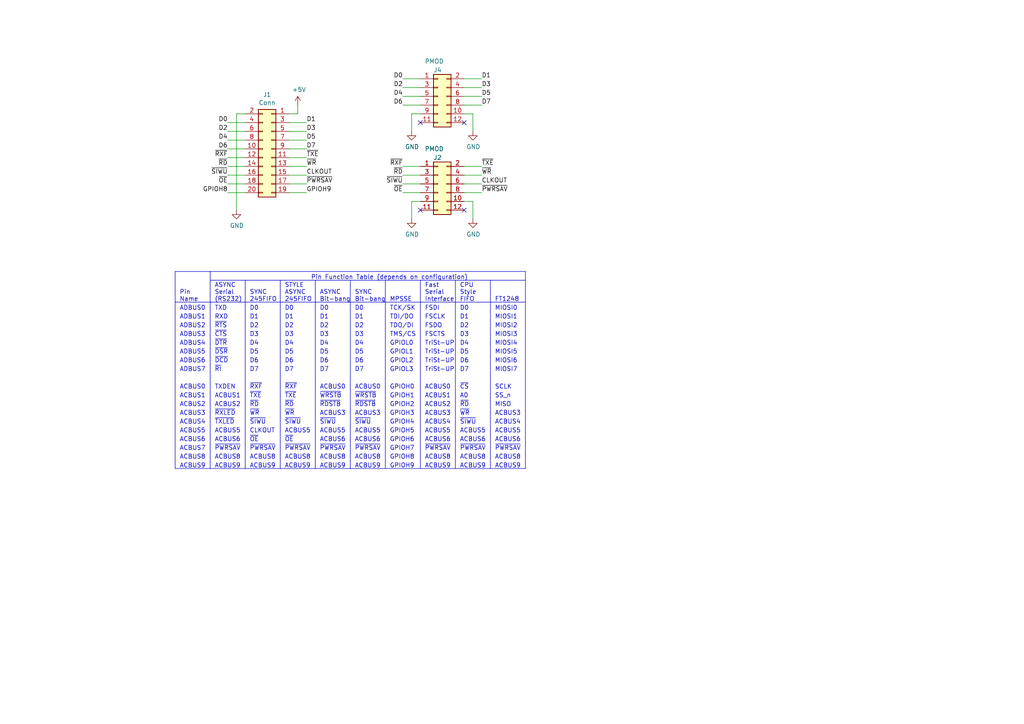
<source format=kicad_sch>
(kicad_sch (version 20230121) (generator eeschema)
  (paper "A4")
  (title_block (title "ftdi fifo pmod adapter") (rev "V1.0a") (company "1BitSquared") (comment 1 "2018 (C) 1BitSquared <info@1bitsquared.com>") (comment 2 "2018 (C) Piotr Esden-Tempski <piotr@esden.net>") (comment 3 "License: CC-BY-SA 4.0"))
  (lib_symbols
    (symbol "Connector_Generic:Conn_02x06_Odd_Even" (pin_names (offset 1.016) hide)
      (property "Reference" "J" (at 1.27 7.62 0))
      (property "Value" "Conn_02x06_Odd_Even" (at 1.27 -10.16 0))
      (symbol "Conn_02x06_Odd_Even_1_1"
        (rectangle (start -1.27 -7.493) (end 0 -7.747) (stroke (width 0.1524)))
        (rectangle (start -1.27 -4.953) (end 0 -5.207) (stroke (width 0.1524)))
        (rectangle (start -1.27 -2.413) (end 0 -2.667) (stroke (width 0.1524)))
        (rectangle (start -1.27 0.127) (end 0 -0.127) (stroke (width 0.1524)))
        (rectangle (start -1.27 2.667) (end 0 2.413) (stroke (width 0.1524)))
        (rectangle (start -1.27 5.207) (end 0 4.953) (stroke (width 0.1524)))
        (rectangle (start -1.27 6.35) (end 3.81 -8.89) (stroke (width 0.254)) (fill (type background)))
        (rectangle (start 3.81 -7.493) (end 2.54 -7.747) (stroke (width 0.1524)))
        (rectangle (start 3.81 -4.953) (end 2.54 -5.207) (stroke (width 0.1524)))
        (rectangle (start 3.81 -2.413) (end 2.54 -2.667) (stroke (width 0.1524)))
        (rectangle (start 3.81 0.127) (end 2.54 -0.127) (stroke (width 0.1524)))
        (rectangle (start 3.81 2.667) (end 2.54 2.413) (stroke (width 0.1524)))
        (rectangle (start 3.81 5.207) (end 2.54 4.953) (stroke (width 0.1524)))
        (pin passive line (at -5.08 5.08 0) (length 3.81) (name "Pin_1") (number "1"))
        (pin passive line (at 7.62 -5.08 180) (length 3.81) (name "Pin_10") (number "10"))
        (pin passive line (at -5.08 -7.62 0) (length 3.81) (name "Pin_11") (number "11"))
        (pin passive line (at 7.62 -7.62 180) (length 3.81) (name "Pin_12") (number "12"))
        (pin passive line (at 7.62 5.08 180) (length 3.81) (name "Pin_2") (number "2"))
        (pin passive line (at -5.08 2.54 0) (length 3.81) (name "Pin_3") (number "3"))
        (pin passive line (at 7.62 2.54 180) (length 3.81) (name "Pin_4") (number "4"))
        (pin passive line (at -5.08 0 0) (length 3.81) (name "Pin_5") (number "5"))
        (pin passive line (at 7.62 0 180) (length 3.81) (name "Pin_6") (number "6"))
        (pin passive line (at -5.08 -2.54 0) (length 3.81) (name "Pin_7") (number "7"))
        (pin passive line (at 7.62 -2.54 180) (length 3.81) (name "Pin_8") (number "8"))
        (pin passive line (at -5.08 -5.08 0) (length 3.81) (name "Pin_9") (number "9"))
      )
    )
    (symbol "Connector_Generic:Conn_02x10_Odd_Even" (pin_names (offset 1.016) hide)
      (property "Reference" "J" (at 1.27 12.7 0))
      (property "Value" "Conn_02x10_Odd_Even" (at 1.27 -15.24 0))
      (symbol "Conn_02x10_Odd_Even_1_1"
        (rectangle (start -1.27 -12.573) (end 0 -12.827) (stroke (width 0.1524)))
        (rectangle (start -1.27 -10.033) (end 0 -10.287) (stroke (width 0.1524)))
        (rectangle (start -1.27 -7.493) (end 0 -7.747) (stroke (width 0.1524)))
        (rectangle (start -1.27 -4.953) (end 0 -5.207) (stroke (width 0.1524)))
        (rectangle (start -1.27 -2.413) (end 0 -2.667) (stroke (width 0.1524)))
        (rectangle (start -1.27 0.127) (end 0 -0.127) (stroke (width 0.1524)))
        (rectangle (start -1.27 2.667) (end 0 2.413) (stroke (width 0.1524)))
        (rectangle (start -1.27 5.207) (end 0 4.953) (stroke (width 0.1524)))
        (rectangle (start -1.27 7.747) (end 0 7.493) (stroke (width 0.1524)))
        (rectangle (start -1.27 10.287) (end 0 10.033) (stroke (width 0.1524)))
        (rectangle (start -1.27 11.43) (end 3.81 -13.97) (stroke (width 0.254)) (fill (type background)))
        (rectangle (start 3.81 -12.573) (end 2.54 -12.827) (stroke (width 0.1524)))
        (rectangle (start 3.81 -10.033) (end 2.54 -10.287) (stroke (width 0.1524)))
        (rectangle (start 3.81 -7.493) (end 2.54 -7.747) (stroke (width 0.1524)))
        (rectangle (start 3.81 -4.953) (end 2.54 -5.207) (stroke (width 0.1524)))
        (rectangle (start 3.81 -2.413) (end 2.54 -2.667) (stroke (width 0.1524)))
        (rectangle (start 3.81 0.127) (end 2.54 -0.127) (stroke (width 0.1524)))
        (rectangle (start 3.81 2.667) (end 2.54 2.413) (stroke (width 0.1524)))
        (rectangle (start 3.81 5.207) (end 2.54 4.953) (stroke (width 0.1524)))
        (rectangle (start 3.81 7.747) (end 2.54 7.493) (stroke (width 0.1524)))
        (rectangle (start 3.81 10.287) (end 2.54 10.033) (stroke (width 0.1524)))
        (pin passive line (at -5.08 10.16 0) (length 3.81) (name "Pin_1") (number "1"))
        (pin passive line (at 7.62 0 180) (length 3.81) (name "Pin_10") (number "10"))
        (pin passive line (at -5.08 -2.54 0) (length 3.81) (name "Pin_11") (number "11"))
        (pin passive line (at 7.62 -2.54 180) (length 3.81) (name "Pin_12") (number "12"))
        (pin passive line (at -5.08 -5.08 0) (length 3.81) (name "Pin_13") (number "13"))
        (pin passive line (at 7.62 -5.08 180) (length 3.81) (name "Pin_14") (number "14"))
        (pin passive line (at -5.08 -7.62 0) (length 3.81) (name "Pin_15") (number "15"))
        (pin passive line (at 7.62 -7.62 180) (length 3.81) (name "Pin_16") (number "16"))
        (pin passive line (at -5.08 -10.16 0) (length 3.81) (name "Pin_17") (number "17"))
        (pin passive line (at 7.62 -10.16 180) (length 3.81) (name "Pin_18") (number "18"))
        (pin passive line (at -5.08 -12.7 0) (length 3.81) (name "Pin_19") (number "19"))
        (pin passive line (at 7.62 10.16 180) (length 3.81) (name "Pin_2") (number "2"))
        (pin passive line (at 7.62 -12.7 180) (length 3.81) (name "Pin_20") (number "20"))
        (pin passive line (at -5.08 7.62 0) (length 3.81) (name "Pin_3") (number "3"))
        (pin passive line (at 7.62 7.62 180) (length 3.81) (name "Pin_4") (number "4"))
        (pin passive line (at -5.08 5.08 0) (length 3.81) (name "Pin_5") (number "5"))
        (pin passive line (at 7.62 5.08 180) (length 3.81) (name "Pin_6") (number "6"))
        (pin passive line (at -5.08 2.54 0) (length 3.81) (name "Pin_7") (number "7"))
        (pin passive line (at 7.62 2.54 180) (length 3.81) (name "Pin_8") (number "8"))
        (pin passive line (at -5.08 0 0) (length 3.81) (name "Pin_9") (number "9"))
      )
    )
    (symbol "power:+5V" (power) (pin_names (offset 0))
      (property "Value" "+5V" (at 0 3.556 0))
      (symbol "+5V_0_1"
        (polyline (pts (xy -0.762 1.27) (xy 0 2.54)))
        (polyline (pts (xy 0 0) (xy 0 2.54)))
        (polyline (pts (xy 0 2.54) (xy 0.762 1.27)))
      )
      (symbol "+5V_1_1"
        (pin power_in line (at 0 0 90) (length 0) hide (name "+5V") (number "1"))
      )
    )
    (symbol "power:GND" (power) (pin_names (offset 0))
      (property "Value" "GND" (at 0 -3.81 0))
      (symbol "GND_0_1"
        (polyline (pts (xy 0 0) (xy 0 -1.27) (xy 1.27 -1.27) (xy 0 -2.54) (xy -1.27 -1.27) (xy 0 -1.27)))
      )
      (symbol "GND_1_1"
        (pin power_in line (at 0 0 270) (length 0) hide (name "GND") (number "1"))
      )
    )
  )
  (no_connect (at 121.92 60.96))
  (no_connect (at 134.62 60.96))
  (no_connect (at 134.62 35.56))
  (no_connect (at 121.92 35.56))
  (wire (pts (xy 68.58 33.02) (xy 68.58 60.96)))
  (polyline (pts (xy 50.8 78.74) (xy 152.4 78.74)))
  (wire (pts (xy 68.58 33.02) (xy 71.12 33.02)))
  (wire (pts (xy 134.62 58.42) (xy 137.16 58.42)))
  (wire (pts (xy 71.12 48.26) (xy 66.04 48.26)))
  (polyline (pts (xy 71.12 135.89) (xy 71.12 81.28)))
  (wire (pts (xy 119.38 58.42) (xy 119.38 63.5)))
  (wire (pts (xy 121.92 27.94) (xy 116.84 27.94)))
  (wire (pts (xy 137.16 58.42) (xy 137.16 63.5)))
  (wire (pts (xy 121.92 25.4) (xy 116.84 25.4)))
  (wire (pts (xy 121.92 53.34) (xy 116.84 53.34)))
  (wire (pts (xy 121.92 55.88) (xy 116.84 55.88)))
  (wire (pts (xy 134.62 53.34) (xy 139.7 53.34)))
  (polyline (pts (xy 111.76 135.89) (xy 111.76 81.28)))
  (wire (pts (xy 134.62 48.26) (xy 139.7 48.26)))
  (polyline (pts (xy 101.6 135.89) (xy 101.6 81.28)))
  (wire (pts (xy 83.82 50.8) (xy 88.9 50.8)))
  (wire (pts (xy 83.82 45.72) (xy 88.9 45.72)))
  (polyline (pts (xy 50.8 78.74) (xy 50.8 135.89)))
  (polyline (pts (xy 60.96 81.28) (xy 152.4 81.28)))
  (wire (pts (xy 71.12 38.1) (xy 66.04 38.1)))
  (wire (pts (xy 121.92 22.86) (xy 116.84 22.86)))
  (wire (pts (xy 71.12 53.34) (xy 66.04 53.34)))
  (wire (pts (xy 134.62 50.8) (xy 139.7 50.8)))
  (wire (pts (xy 83.82 48.26) (xy 88.9 48.26)))
  (polyline (pts (xy 152.4 135.89) (xy 50.8 135.89)))
  (wire (pts (xy 134.62 25.4) (xy 139.7 25.4)))
  (wire (pts (xy 86.36 33.02) (xy 83.82 33.02)))
  (wire (pts (xy 137.16 33.02) (xy 137.16 38.1)))
  (wire (pts (xy 134.62 30.48) (xy 139.7 30.48)))
  (wire (pts (xy 83.82 38.1) (xy 88.9 38.1)))
  (wire (pts (xy 83.82 40.64) (xy 88.9 40.64)))
  (polyline (pts (xy 152.4 78.74) (xy 152.4 135.89)))
  (wire (pts (xy 121.92 58.42) (xy 119.38 58.42)))
  (wire (pts (xy 71.12 50.8) (xy 66.04 50.8)))
  (wire (pts (xy 134.62 22.86) (xy 139.7 22.86)))
  (wire (pts (xy 83.82 55.88) (xy 88.9 55.88)))
  (polyline (pts (xy 121.92 135.89) (xy 121.92 81.28)))
  (wire (pts (xy 121.92 50.8) (xy 116.84 50.8)))
  (wire (pts (xy 83.82 43.18) (xy 88.9 43.18)))
  (wire (pts (xy 121.92 48.26) (xy 116.84 48.26)))
  (polyline (pts (xy 142.24 135.89) (xy 142.24 81.28)))
  (wire (pts (xy 119.38 33.02) (xy 119.38 38.1)))
  (wire (pts (xy 71.12 40.64) (xy 66.04 40.64)))
  (wire (pts (xy 71.12 45.72) (xy 66.04 45.72)))
  (wire (pts (xy 71.12 43.18) (xy 66.04 43.18)))
  (polyline (pts (xy 60.96 78.74) (xy 60.96 135.89)))
  (wire (pts (xy 86.36 33.02) (xy 86.36 30.48)))
  (wire (pts (xy 83.82 53.34) (xy 88.9 53.34)))
  (polyline (pts (xy 91.44 135.89) (xy 91.44 81.28)))
  (polyline (pts (xy 132.08 135.89) (xy 132.08 81.28)))
  (wire (pts (xy 83.82 35.56) (xy 88.9 35.56)))
  (polyline (pts (xy 81.28 135.89) (xy 81.28 81.28)))
  (wire (pts (xy 121.92 30.48) (xy 116.84 30.48)))
  (wire (pts (xy 134.62 55.88) (xy 139.7 55.88)))
  (wire (pts (xy 134.62 27.94) (xy 139.7 27.94)))
  (wire (pts (xy 134.62 33.02) (xy 137.16 33.02)))
  (wire (pts (xy 71.12 55.88) (xy 66.04 55.88)))
  (polyline (pts (xy 50.8 87.63) (xy 152.4 87.63)))
  (wire (pts (xy 121.92 33.02) (xy 119.38 33.02)))
  (wire (pts (xy 71.12 35.56) (xy 66.04 35.56)))
  (text "~{RTS}" (at 62.23 95.25 0) (effects (font (size 1.27 1.27)) (justify left bottom)))
  (text "~{WRSTB}" (at 92.71 115.57 0) (effects (font (size 1.27 1.27)) (justify left bottom)))
  (text "TriSt-UP" (at 123.19 102.87 0) (effects (font (size 1.27 1.27)) (justify left bottom)))
  (text "ACBUS1" (at 123.19 115.57 0) (effects (font (size 1.27 1.27)) (justify left bottom)))
  (text "FSDO" (at 123.19 95.25 0) (effects (font (size 1.27 1.27)) (justify left bottom)))
  (text "MIOSI5" (at 143.51 102.87 0) (effects (font (size 1.27 1.27)) (justify left bottom)))
  (text "ACBUS0" (at 123.19 113.03 0) (effects (font (size 1.27 1.27)) (justify left bottom)))
  (text "ACBUS8" (at 52.07 133.35 0) (effects (font (size 1.27 1.27)) (justify left bottom)))
  (text "D3" (at 82.55 97.79 0) (effects (font (size 1.27 1.27)) (justify left bottom)))
  (text "D5" (at 133.35 102.87 0) (effects (font (size 1.27 1.27)) (justify left bottom)))
  (text "~{PWRSAV}" (at 123.19 130.81 0) (effects (font (size 1.27 1.27)) (justify left bottom)))
  (text "GPIOL1" (at 113.03 102.87 0) (effects (font (size 1.27 1.27)) (justify left bottom)))
  (text "RXD" (at 62.23 92.71 0) (effects (font (size 1.27 1.27)) (justify left bottom)))
  (text "TXDEN" (at 62.23 113.03 0) (effects (font (size 1.27 1.27)) (justify left bottom)))
  (text "~{SIWU}" (at 92.71 123.19 0) (effects (font (size 1.27 1.27)) (justify left bottom)))
  (text "TriSt-UP" (at 123.19 107.95 0) (effects (font (size 1.27 1.27)) (justify left bottom)))
  (text "~{RXLED}" (at 62.23 120.65 0) (effects (font (size 1.27 1.27)) (justify left bottom)))
  (text "ACBUS5" (at 82.55 125.73 0) (effects (font (size 1.27 1.27)) (justify left bottom)))
  (text "ACBUS4" (at 123.19 123.19 0) (effects (font (size 1.27 1.27)) (justify left bottom)))
  (text "~{PWRSAV}" (at 133.35 130.81 0) (effects (font (size 1.27 1.27)) (justify left bottom)))
  (text "ACBUS0" (at 52.07 113.03 0) (effects (font (size 1.27 1.27)) (justify left bottom)))
  (text "ACBUS9" (at 133.35 135.89 0) (effects (font (size 1.27 1.27)) (justify left bottom)))
  (text "~{WR}" (at 72.39 120.65 0) (effects (font (size 1.27 1.27)) (justify left bottom)))
  (text "GPIOH5" (at 113.03 125.73 0) (effects (font (size 1.27 1.27)) (justify left bottom)))
  (text "ACBUS2" (at 123.19 118.11 0) (effects (font (size 1.27 1.27)) (justify left bottom)))
  (text "D5" (at 102.87 102.87 0) (effects (font (size 1.27 1.27)) (justify left bottom)))
  (text "D2" (at 102.87 95.25 0) (effects (font (size 1.27 1.27)) (justify left bottom)))
  (text "ACBUS6" (at 92.71 128.27 0) (effects (font (size 1.27 1.27)) (justify left bottom)))
  (text "ACBUS6" (at 52.07 128.27 0) (effects (font (size 1.27 1.27)) (justify left bottom)))
  (text "D0" (at 82.55 90.17 0) (effects (font (size 1.27 1.27)) (justify left bottom)))
  (text "D4" (at 92.71 100.33 0) (effects (font (size 1.27 1.27)) (justify left bottom)))
  (text "D3" (at 133.35 97.79 0) (effects (font (size 1.27 1.27)) (justify left bottom)))
  (text "ACBUS2" (at 62.23 118.11 0) (effects (font (size 1.27 1.27)) (justify left bottom)))
  (text "~{PWRSAV}" (at 92.71 130.81 0) (effects (font (size 1.27 1.27)) (justify left bottom)))
  (text "ACBUS5" (at 52.07 125.73 0) (effects (font (size 1.27 1.27)) (justify left bottom)))
  (text "ACBUS1" (at 62.23 115.57 0) (effects (font (size 1.27 1.27)) (justify left bottom)))
  (text "ACBUS9" (at 102.87 135.89 0) (effects (font (size 1.27 1.27)) (justify left bottom)))
  (text "~{OE}" (at 82.55 128.27 0) (effects (font (size 1.27 1.27)) (justify left bottom)))
  (text "D7" (at 72.39 107.95 0) (effects (font (size 1.27 1.27)) (justify left bottom)))
  (text "ACBUS3" (at 143.51 120.65 0) (effects (font (size 1.27 1.27)) (justify left bottom)))
  (text "ACBUS9" (at 52.07 135.89 0) (effects (font (size 1.27 1.27)) (justify left bottom)))
  (text "~{TXE}" (at 82.55 115.57 0) (effects (font (size 1.27 1.27)) (justify left bottom)))
  (text "D0" (at 133.35 90.17 0) (effects (font (size 1.27 1.27)) (justify left bottom)))
  (text "TriSt-UP" (at 123.19 105.41 0) (effects (font (size 1.27 1.27)) (justify left bottom)))
  (text "~{WRSTB}" (at 102.87 115.57 0) (effects (font (size 1.27 1.27)) (justify left bottom)))
  (text "D3" (at 72.39 97.79 0) (effects (font (size 1.27 1.27)) (justify left bottom)))
  (text "ACBUS9" (at 62.23 135.89 0) (effects (font (size 1.27 1.27)) (justify left bottom)))
  (text "Pin Function Table (depends on configuration)" (at 90.17 81.28 0) (effects (font (size 1.27 1.27)) (justify left bottom)))
  (text "D0" (at 92.71 90.17 0) (effects (font (size 1.27 1.27)) (justify left bottom)))
  (text "ACBUS8" (at 82.55 133.35 0) (effects (font (size 1.27 1.27)) (justify left bottom)))
  (text "SCLK" (at 143.51 113.03 0) (effects (font (size 1.27 1.27)) (justify left bottom)))
  (text "MIOSI3" (at 143.51 97.79 0) (effects (font (size 1.27 1.27)) (justify left bottom)))
  (text "~{CS}" (at 133.35 113.03 0) (effects (font (size 1.27 1.27)) (justify left bottom)))
  (text "D4" (at 72.39 100.33 0) (effects (font (size 1.27 1.27)) (justify left bottom)))
  (text "ACBUS1" (at 52.07 115.57 0) (effects (font (size 1.27 1.27)) (justify left bottom)))
  (text "ACBUS5" (at 62.23 125.73 0) (effects (font (size 1.27 1.27)) (justify left bottom)))
  (text "ADBUS5" (at 52.07 102.87 0) (effects (font (size 1.27 1.27)) (justify left bottom)))
  (text "TDI/DO" (at 113.03 92.71 0) (effects (font (size 1.27 1.27)) (justify left bottom)))
  (text "TMS/CS" (at 113.03 97.79 0) (effects (font (size 1.27 1.27)) (justify left bottom)))
  (text "STYLE\nASYNC\n245FIFO" (at 82.55 87.63 0) (effects (font (size 1.27 1.27)) (justify left bottom)))
  (text "Pin\nName" (at 52.07 87.63 0) (effects (font (size 1.27 1.27)) (justify left bottom)))
  (text "D4" (at 82.55 100.33 0) (effects (font (size 1.27 1.27)) (justify left bottom)))
  (text "D6" (at 102.87 105.41 0) (effects (font (size 1.27 1.27)) (justify left bottom)))
  (text "ACBUS5" (at 102.87 125.73 0) (effects (font (size 1.27 1.27)) (justify left bottom)))
  (text "D7" (at 92.71 107.95 0) (effects (font (size 1.27 1.27)) (justify left bottom)))
  (text "ACBUS3" (at 92.71 120.65 0) (effects (font (size 1.27 1.27)) (justify left bottom)))
  (text "~{SIWU}" (at 72.39 123.19 0) (effects (font (size 1.27 1.27)) (justify left bottom)))
  (text "GPIOH3" (at 113.03 120.65 0) (effects (font (size 1.27 1.27)) (justify left bottom)))
  (text "ADBUS1" (at 52.07 92.71 0) (effects (font (size 1.27 1.27)) (justify left bottom)))
  (text "D5" (at 82.55 102.87 0) (effects (font (size 1.27 1.27)) (justify left bottom)))
  (text "ACBUS3" (at 123.19 120.65 0) (effects (font (size 1.27 1.27)) (justify left bottom)))
  (text "ACBUS9" (at 143.51 135.89 0) (effects (font (size 1.27 1.27)) (justify left bottom)))
  (text "~{RDSTB}" (at 102.87 118.11 0) (effects (font (size 1.27 1.27)) (justify left bottom)))
  (text "ACBUS9" (at 72.39 135.89 0) (effects (font (size 1.27 1.27)) (justify left bottom)))
  (text "D5" (at 72.39 102.87 0) (effects (font (size 1.27 1.27)) (justify left bottom)))
  (text "FSCTS" (at 123.19 97.79 0) (effects (font (size 1.27 1.27)) (justify left bottom)))
  (text "ACBUS4" (at 143.51 123.19 0) (effects (font (size 1.27 1.27)) (justify left bottom)))
  (text "GPIOL0" (at 113.03 100.33 0) (effects (font (size 1.27 1.27)) (justify left bottom)))
  (text "D7" (at 133.35 107.95 0) (effects (font (size 1.27 1.27)) (justify left bottom)))
  (text "~{DCD}" (at 62.23 105.41 0) (effects (font (size 1.27 1.27)) (justify left bottom)))
  (text "D1" (at 133.35 92.71 0) (effects (font (size 1.27 1.27)) (justify left bottom)))
  (text "~{DTR}" (at 62.23 100.33 0) (effects (font (size 1.27 1.27)) (justify left bottom)))
  (text "GPIOH0" (at 113.03 113.03 0) (effects (font (size 1.27 1.27)) (justify left bottom)))
  (text "SYNC\n245FIFO" (at 72.39 87.63 0) (effects (font (size 1.27 1.27)) (justify left bottom)))
  (text "~{RD}" (at 72.39 118.11 0) (effects (font (size 1.27 1.27)) (justify left bottom)))
  (text "ASYNC\nBit-bang" (at 92.71 87.63 0) (effects (font (size 1.27 1.27)) (justify left bottom)))
  (text "D6" (at 92.71 105.41 0) (effects (font (size 1.27 1.27)) (justify left bottom)))
  (text "ACBUS8" (at 102.87 133.35 0) (effects (font (size 1.27 1.27)) (justify left bottom)))
  (text "ACBUS6" (at 123.19 128.27 0) (effects (font (size 1.27 1.27)) (justify left bottom)))
  (text "~{TXE}" (at 72.39 115.57 0) (effects (font (size 1.27 1.27)) (justify left bottom)))
  (text "D0" (at 72.39 90.17 0) (effects (font (size 1.27 1.27)) (justify left bottom)))
  (text "GPIOH4" (at 113.03 123.19 0) (effects (font (size 1.27 1.27)) (justify left bottom)))
  (text "ACBUS4" (at 52.07 123.19 0) (effects (font (size 1.27 1.27)) (justify left bottom)))
  (text "D5" (at 92.71 102.87 0) (effects (font (size 1.27 1.27)) (justify left bottom)))
  (text "D4" (at 133.35 100.33 0) (effects (font (size 1.27 1.27)) (justify left bottom)))
  (text "ACBUS2" (at 52.07 118.11 0) (effects (font (size 1.27 1.27)) (justify left bottom)))
  (text "GPIOH2" (at 113.03 118.11 0) (effects (font (size 1.27 1.27)) (justify left bottom)))
  (text "ACBUS9" (at 82.55 135.89 0) (effects (font (size 1.27 1.27)) (justify left bottom)))
  (text "SS_n" (at 143.51 115.57 0) (effects (font (size 1.27 1.27)) (justify left bottom)))
  (text "D6" (at 82.55 105.41 0) (effects (font (size 1.27 1.27)) (justify left bottom)))
  (text "ACBUS3" (at 52.07 120.65 0) (effects (font (size 1.27 1.27)) (justify left bottom)))
  (text "D3" (at 102.87 97.79 0) (effects (font (size 1.27 1.27)) (justify left bottom)))
  (text "ADBUS3" (at 52.07 97.79 0) (effects (font (size 1.27 1.27)) (justify left bottom)))
  (text "D1" (at 92.71 92.71 0) (effects (font (size 1.27 1.27)) (justify left bottom)))
  (text "ADBUS2" (at 52.07 95.25 0) (effects (font (size 1.27 1.27)) (justify left bottom)))
  (text "~{PWRSAV}" (at 72.39 130.81 0) (effects (font (size 1.27 1.27)) (justify left bottom)))
  (text "TDO/DI" (at 113.03 95.25 0) (effects (font (size 1.27 1.27)) (justify left bottom)))
  (text "D2" (at 72.39 95.25 0) (effects (font (size 1.27 1.27)) (justify left bottom)))
  (text "D7" (at 82.55 107.95 0) (effects (font (size 1.27 1.27)) (justify left bottom)))
  (text "ADBUS6" (at 52.07 105.41 0) (effects (font (size 1.27 1.27)) (justify left bottom)))
  (text "~{RD}" (at 82.55 118.11 0) (effects (font (size 1.27 1.27)) (justify left bottom)))
  (text "D6" (at 72.39 105.41 0) (effects (font (size 1.27 1.27)) (justify left bottom)))
  (text "MIOSI7" (at 143.51 107.95 0) (effects (font (size 1.27 1.27)) (justify left bottom)))
  (text "GPIOL2" (at 113.03 105.41 0) (effects (font (size 1.27 1.27)) (justify left bottom)))
  (text "FSDI" (at 123.19 90.17 0) (effects (font (size 1.27 1.27)) (justify left bottom)))
  (text "ACBUS8" (at 133.35 133.35 0) (effects (font (size 1.27 1.27)) (justify left bottom)))
  (text "ADBUS4" (at 52.07 100.33 0) (effects (font (size 1.27 1.27)) (justify left bottom)))
  (text "TCK/SK" (at 113.03 90.17 0) (effects (font (size 1.27 1.27)) (justify left bottom)))
  (text "~{RI}" (at 62.23 107.95 0) (effects (font (size 1.27 1.27)) (justify left bottom)))
  (text "GPIOH6" (at 113.03 128.27 0) (effects (font (size 1.27 1.27)) (justify left bottom)))
  (text "MIOSI6" (at 143.51 105.41 0) (effects (font (size 1.27 1.27)) (justify left bottom)))
  (text "D4" (at 102.87 100.33 0) (effects (font (size 1.27 1.27)) (justify left bottom)))
  (text "ACBUS8" (at 72.39 133.35 0) (effects (font (size 1.27 1.27)) (justify left bottom)))
  (text "ACBUS8" (at 62.23 133.35 0) (effects (font (size 1.27 1.27)) (justify left bottom)))
  (text "~{OE}" (at 72.39 128.27 0) (effects (font (size 1.27 1.27)) (justify left bottom)))
  (text "ACBUS9" (at 92.71 135.89 0) (effects (font (size 1.27 1.27)) (justify left bottom)))
  (text "ACBUS7" (at 52.07 130.81 0) (effects (font (size 1.27 1.27)) (justify left bottom)))
  (text "~{RD}" (at 133.35 118.11 0) (effects (font (size 1.27 1.27)) (justify left bottom)))
  (text "D0" (at 102.87 90.17 0) (effects (font (size 1.27 1.27)) (justify left bottom)))
  (text "MPSSE" (at 113.03 87.63 0) (effects (font (size 1.27 1.27)) (justify left bottom)))
  (text "D3" (at 92.71 97.79 0) (effects (font (size 1.27 1.27)) (justify left bottom)))
  (text "MIOSI1" (at 143.51 92.71 0) (effects (font (size 1.27 1.27)) (justify left bottom)))
  (text "~{PWRSAV}" (at 143.51 130.81 0) (effects (font (size 1.27 1.27)) (justify left bottom)))
  (text "GPIOH1" (at 113.03 115.57 0) (effects (font (size 1.27 1.27)) (justify left bottom)))
  (text "GPIOH8" (at 113.03 133.35 0) (effects (font (size 1.27 1.27)) (justify left bottom)))
  (text "~{SIWU}" (at 133.35 123.19 0) (effects (font (size 1.27 1.27)) (justify left bottom)))
  (text "ACBUS8" (at 123.19 133.35 0) (effects (font (size 1.27 1.27)) (justify left bottom)))
  (text "~{TXLED}" (at 62.23 123.19 0) (effects (font (size 1.27 1.27)) (justify left bottom)))
  (text "D7" (at 102.87 107.95 0) (effects (font (size 1.27 1.27)) (justify left bottom)))
  (text "FT1248" (at 143.51 87.63 0) (effects (font (size 1.27 1.27)) (justify left bottom)))
  (text "ACBUS5" (at 143.51 125.73 0) (effects (font (size 1.27 1.27)) (justify left bottom)))
  (text "D1" (at 72.39 92.71 0) (effects (font (size 1.27 1.27)) (justify left bottom)))
  (text "MIOSI0" (at 143.51 90.17 0) (effects (font (size 1.27 1.27)) (justify left bottom)))
  (text "~{PWRSAV}" (at 62.23 130.81 0) (effects (font (size 1.27 1.27)) (justify left bottom)))
  (text "~{CTS}" (at 62.23 97.79 0) (effects (font (size 1.27 1.27)) (justify left bottom)))
  (text "ACBUS3" (at 102.87 120.65 0) (effects (font (size 1.27 1.27)) (justify left bottom)))
  (text "ACBUS5" (at 92.71 125.73 0) (effects (font (size 1.27 1.27)) (justify left bottom)))
  (text "~{WR}" (at 133.35 120.65 0) (effects (font (size 1.27 1.27)) (justify left bottom)))
  (text "D2" (at 92.71 95.25 0) (effects (font (size 1.27 1.27)) (justify left bottom)))
  (text "~{PWRSAV}" (at 102.87 130.81 0) (effects (font (size 1.27 1.27)) (justify left bottom)))
  (text "~{DSR}" (at 62.23 102.87 0) (effects (font (size 1.27 1.27)) (justify left bottom)))
  (text "~{WR}" (at 82.55 120.65 0) (effects (font (size 1.27 1.27)) (justify left bottom)))
  (text "TXD" (at 62.23 90.17 0) (effects (font (size 1.27 1.27)) (justify left bottom)))
  (text "TriSt-UP" (at 123.19 100.33 0) (effects (font (size 1.27 1.27)) (justify left bottom)))
  (text "~{SIWU}" (at 82.55 123.19 0) (effects (font (size 1.27 1.27)) (justify left bottom)))
  (text "ACBUS9" (at 123.19 135.89 0) (effects (font (size 1.27 1.27)) (justify left bottom)))
  (text "MIOSI4" (at 143.51 100.33 0) (effects (font (size 1.27 1.27)) (justify left bottom)))
  (text "ACBUS5" (at 133.35 125.73 0) (effects (font (size 1.27 1.27)) (justify left bottom)))
  (text "ACBUS6" (at 62.23 128.27 0) (effects (font (size 1.27 1.27)) (justify left bottom)))
  (text "~{RDSTB}" (at 92.71 118.11 0) (effects (font (size 1.27 1.27)) (justify left bottom)))
  (text "~{RXF}" (at 72.39 113.03 0) (effects (font (size 1.27 1.27)) (justify left bottom)))
  (text "GPIOH9" (at 113.03 135.89 0) (effects (font (size 1.27 1.27)) (justify left bottom)))
  (text "MIOSI2" (at 143.51 95.25 0) (effects (font (size 1.27 1.27)) (justify left bottom)))
  (text "MISO" (at 143.51 118.11 0) (effects (font (size 1.27 1.27)) (justify left bottom)))
  (text "CLKOUT" (at 72.39 125.73 0) (effects (font (size 1.27 1.27)) (justify left bottom)))
  (text "ACBUS8" (at 143.51 133.35 0) (effects (font (size 1.27 1.27)) (justify left bottom)))
  (text "ACBUS6" (at 102.87 128.27 0) (effects (font (size 1.27 1.27)) (justify left bottom)))
  (text "~{SIWU}" (at 102.87 123.19 0) (effects (font (size 1.27 1.27)) (justify left bottom)))
  (text "ADBUS7" (at 52.07 107.95 0) (effects (font (size 1.27 1.27)) (justify left bottom)))
  (text "A0" (at 133.35 115.57 0) (effects (font (size 1.27 1.27)) (justify left bottom)))
  (text "ACBUS6" (at 143.51 128.27 0) (effects (font (size 1.27 1.27)) (justify left bottom)))
  (text "ACBUS5" (at 123.19 125.73 0) (effects (font (size 1.27 1.27)) (justify left bottom)))
  (text "D1" (at 102.87 92.71 0) (effects (font (size 1.27 1.27)) (justify left bottom)))
  (text "D1" (at 82.55 92.71 0) (effects (font (size 1.27 1.27)) (justify left bottom)))
  (text "FSCLK" (at 123.19 92.71 0) (effects (font (size 1.27 1.27)) (justify left bottom)))
  (text "ACBUS0" (at 92.71 113.03 0) (effects (font (size 1.27 1.27)) (justify left bottom)))
  (text "ASYNC\nSerial\n(RS232)" (at 62.23 87.63 0) (effects (font (size 1.27 1.27)) (justify left bottom)))
  (text "GPIOH7" (at 113.03 130.81 0) (effects (font (size 1.27 1.27)) (justify left bottom)))
  (text "GPIOL3" (at 113.03 107.95 0) (effects (font (size 1.27 1.27)) (justify left bottom)))
  (text "Fast\nSerial\nInterface" (at 123.19 87.63 0) (effects (font (size 1.27 1.27)) (justify left bottom)))
  (text "SYNC\nBit-bang" (at 102.87 87.63 0) (effects (font (size 1.27 1.27)) (justify left bottom)))
  (text "ACBUS8" (at 92.71 133.35 0) (effects (font (size 1.27 1.27)) (justify left bottom)))
  (text "~{PWRSAV}" (at 82.55 130.81 0) (effects (font (size 1.27 1.27)) (justify left bottom)))
  (text "D2" (at 82.55 95.25 0) (effects (font (size 1.27 1.27)) (justify left bottom)))
  (text "D6" (at 133.35 105.41 0) (effects (font (size 1.27 1.27)) (justify left bottom)))
  (text "CPU\nStyle\nFIFO" (at 133.35 87.63 0) (effects (font (size 1.27 1.27)) (justify left bottom)))
  (text "ACBUS0" (at 102.87 113.03 0) (effects (font (size 1.27 1.27)) (justify left bottom)))
  (text "ACBUS6" (at 133.35 128.27 0) (effects (font (size 1.27 1.27)) (justify left bottom)))
  (text "D2" (at 133.35 95.25 0) (effects (font (size 1.27 1.27)) (justify left bottom)))
  (text "~{RXF}" (at 82.55 113.03 0) (effects (font (size 1.27 1.27)) (justify left bottom)))
  (text "ADBUS0" (at 52.07 90.17 0) (effects (font (size 1.27 1.27)) (justify left bottom)))
  (label "D6" (at 66.04 43.18 180))
  (label "~{PWRSAV}" (at 88.9 53.34 0))
  (label "D4" (at 66.04 40.64 180))
  (label "CLKOUT" (at 88.9 50.8 0))
  (label "~{SIWU}" (at 66.04 50.8 180))
  (label "~{SIWU}" (at 116.84 53.34 180))
  (label "D2" (at 66.04 38.1 180))
  (label "~{PWRSAV}" (at 139.7 55.88 0))
  (label "~{RXF}" (at 116.84 48.26 180))
  (label "D3" (at 139.7 25.4 0))
  (label "D4" (at 116.84 27.94 180))
  (label "D6" (at 116.84 30.48 180))
  (label "D1" (at 139.7 22.86 0))
  (label "D5" (at 88.9 40.64 0))
  (label "~{WR}" (at 88.9 48.26 0))
  (label "~{TXE}" (at 139.7 48.26 0))
  (label "D0" (at 116.84 22.86 180))
  (label "D3" (at 88.9 38.1 0))
  (label "~{RXF}" (at 66.04 45.72 180))
  (label "CLKOUT" (at 139.7 53.34 0))
  (label "~{RD}" (at 116.84 50.8 180))
  (label "~{RD}" (at 66.04 48.26 180))
  (label "~{OE}" (at 116.84 55.88 180))
  (label "D7" (at 139.7 30.48 0))
  (label "D5" (at 139.7 27.94 0))
  (label "D7" (at 88.9 43.18 0))
  (label "~{OE}" (at 66.04 53.34 180))
  (label "D1" (at 88.9 35.56 0))
  (label "~{TXE}" (at 88.9 45.72 0))
  (label "GPIOH8" (at 66.04 55.88 180))
  (label "D2" (at 116.84 25.4 180))
  (label "~{WR}" (at 139.7 50.8 0))
  (label "GPIOH9" (at 88.9 55.88 0))
  (label "D0" (at 66.04 35.56 180))
  (symbol (lib_id "power:GND") (at 137.16 38.1 0) (unit 1)
    (property "Reference" "#PWR0104" (effects hide))
    (property "Value" "GND" (at 137.287 42.5704 0))
  )
  (symbol (lib_id "Connector_Generic:Conn_02x06_Odd_Even") (at 127 53.34 0) (unit 1)
    (property "Reference" "J2" (at 125.73 45.72 0) (effects (justify left)))
    (property "Value" "PMOD" (at 123.19 43.18 0) (effects (justify left)))
    (property "Footprint" "Connector_PinHeader_2.54mm:PinHeader_2x06_P2.54mm_Horizontal" (effects hide))
    (property "Source" "ANY" (effects hide))
  )
  (symbol (lib_id "power:GND") (at 137.16 63.5 0) (unit 1)
    (property "Reference" "#PWR0105" (effects hide))
    (property "Value" "GND" (at 137.287 67.9704 0))
  )
  (symbol (lib_id "power:GND") (at 119.38 63.5 0) (unit 1)
    (property "Reference" "#PWR0106" (effects hide))
    (property "Value" "GND" (at 119.507 67.9704 0))
  )
  (symbol (lib_id "Connector_Generic:Conn_02x06_Odd_Even") (at 127 27.94 0) (unit 1)
    (property "Reference" "J4" (at 125.73 20.32 0) (effects (justify left)))
    (property "Value" "PMOD" (at 123.19 17.78 0) (effects (justify left)))
    (property "Footprint" "Connector_PinHeader_2.54mm:PinHeader_2x06_P2.54mm_Horizontal" (effects hide))
    (property "Source" "ANY" (effects hide))
  )
  (symbol (lib_id "power:GND") (at 119.38 38.1 0) (unit 1)
    (property "Reference" "#PWR0103" (effects hide))
    (property "Value" "GND" (at 119.507 42.5704 0))
  )
  (symbol (lib_id "Connector_Generic:Conn_02x10_Odd_Even") (at 78.74 43.18 0) (mirror y) (unit 1)
    (property "Reference" "J1" (at 77.47 27.432 0))
    (property "Value" "Conn" (at 77.47 29.7942 0))
    (property "Footprint" "pkl_samtec:FTSH-EDGE-20pin" (effects hide))
    (property "Key" "conn-th-005in-2-10-hdr-ra" (effects hide))
    (property "Source" "ANY" (effects hide))
  )
  (symbol (lib_id "power:+5V") (at 86.36 30.48 0) (unit 1)
    (property "Reference" "#PWR0101" (effects hide))
    (property "Value" "+5V" (at 86.741 26.0096 0))
  )
  (symbol (lib_id "power:GND") (at 68.58 60.96 0) (unit 1)
    (property "Reference" "#PWR0102" (effects hide))
    (property "Value" "GND" (at 68.707 65.4304 0))
  )
)
</source>
